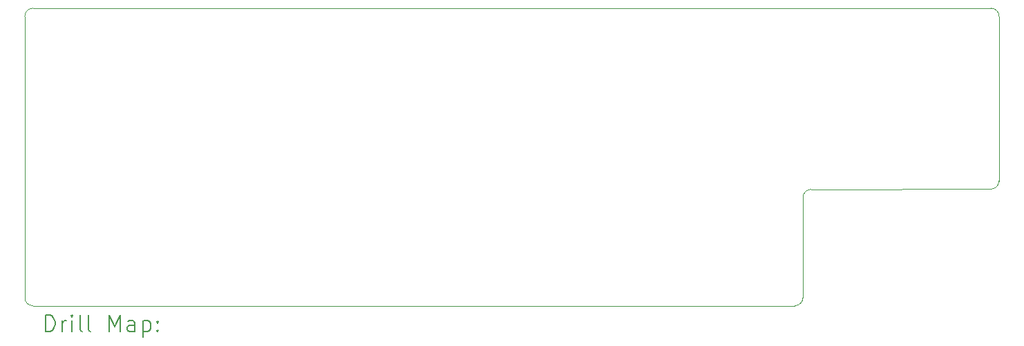
<source format=gbr>
%TF.GenerationSoftware,KiCad,Pcbnew,7.0.6*%
%TF.CreationDate,2024-03-25T03:04:47-04:00*%
%TF.ProjectId,peripheral_io_main,70657269-7068-4657-9261-6c5f696f5f6d,rev?*%
%TF.SameCoordinates,Original*%
%TF.FileFunction,Drillmap*%
%TF.FilePolarity,Positive*%
%FSLAX45Y45*%
G04 Gerber Fmt 4.5, Leading zero omitted, Abs format (unit mm)*
G04 Created by KiCad (PCBNEW 7.0.6) date 2024-03-25 03:04:47*
%MOMM*%
%LPD*%
G01*
G04 APERTURE LIST*
%ADD10C,0.100000*%
%ADD11C,0.200000*%
G04 APERTURE END LIST*
D10*
X11557000Y-11520500D02*
G75*
G03*
X11657000Y-11620500I100000J0D01*
G01*
X21092160Y-11520500D02*
X21092160Y-10290357D01*
X11557000Y-11520500D02*
X11557000Y-8065440D01*
X20992160Y-11620500D02*
G75*
G03*
X21092160Y-11520500I0J100000D01*
G01*
X23395625Y-7965440D02*
X11657000Y-7965440D01*
X21192037Y-10190350D02*
G75*
G03*
X21092160Y-10290357I133J-100010D01*
G01*
X23394498Y-10187645D02*
G75*
G03*
X23494375Y-10087707I-128J100005D01*
G01*
X23494375Y-10087707D02*
X23495625Y-8065502D01*
X11657000Y-11620500D02*
X20992160Y-11620500D01*
X23495620Y-8065502D02*
G75*
G03*
X23395625Y-7965440I-100000J62D01*
G01*
X11657000Y-7965440D02*
G75*
G03*
X11557000Y-8065440I0J-100000D01*
G01*
X21192037Y-10190357D02*
X23394498Y-10187645D01*
D11*
X11812777Y-11936984D02*
X11812777Y-11736984D01*
X11812777Y-11736984D02*
X11860396Y-11736984D01*
X11860396Y-11736984D02*
X11888967Y-11746508D01*
X11888967Y-11746508D02*
X11908015Y-11765555D01*
X11908015Y-11765555D02*
X11917539Y-11784603D01*
X11917539Y-11784603D02*
X11927062Y-11822698D01*
X11927062Y-11822698D02*
X11927062Y-11851269D01*
X11927062Y-11851269D02*
X11917539Y-11889365D01*
X11917539Y-11889365D02*
X11908015Y-11908412D01*
X11908015Y-11908412D02*
X11888967Y-11927460D01*
X11888967Y-11927460D02*
X11860396Y-11936984D01*
X11860396Y-11936984D02*
X11812777Y-11936984D01*
X12012777Y-11936984D02*
X12012777Y-11803650D01*
X12012777Y-11841746D02*
X12022301Y-11822698D01*
X12022301Y-11822698D02*
X12031824Y-11813174D01*
X12031824Y-11813174D02*
X12050872Y-11803650D01*
X12050872Y-11803650D02*
X12069920Y-11803650D01*
X12136586Y-11936984D02*
X12136586Y-11803650D01*
X12136586Y-11736984D02*
X12127062Y-11746508D01*
X12127062Y-11746508D02*
X12136586Y-11756031D01*
X12136586Y-11756031D02*
X12146110Y-11746508D01*
X12146110Y-11746508D02*
X12136586Y-11736984D01*
X12136586Y-11736984D02*
X12136586Y-11756031D01*
X12260396Y-11936984D02*
X12241348Y-11927460D01*
X12241348Y-11927460D02*
X12231824Y-11908412D01*
X12231824Y-11908412D02*
X12231824Y-11736984D01*
X12365158Y-11936984D02*
X12346110Y-11927460D01*
X12346110Y-11927460D02*
X12336586Y-11908412D01*
X12336586Y-11908412D02*
X12336586Y-11736984D01*
X12593729Y-11936984D02*
X12593729Y-11736984D01*
X12593729Y-11736984D02*
X12660396Y-11879841D01*
X12660396Y-11879841D02*
X12727062Y-11736984D01*
X12727062Y-11736984D02*
X12727062Y-11936984D01*
X12908015Y-11936984D02*
X12908015Y-11832222D01*
X12908015Y-11832222D02*
X12898491Y-11813174D01*
X12898491Y-11813174D02*
X12879443Y-11803650D01*
X12879443Y-11803650D02*
X12841348Y-11803650D01*
X12841348Y-11803650D02*
X12822301Y-11813174D01*
X12908015Y-11927460D02*
X12888967Y-11936984D01*
X12888967Y-11936984D02*
X12841348Y-11936984D01*
X12841348Y-11936984D02*
X12822301Y-11927460D01*
X12822301Y-11927460D02*
X12812777Y-11908412D01*
X12812777Y-11908412D02*
X12812777Y-11889365D01*
X12812777Y-11889365D02*
X12822301Y-11870317D01*
X12822301Y-11870317D02*
X12841348Y-11860793D01*
X12841348Y-11860793D02*
X12888967Y-11860793D01*
X12888967Y-11860793D02*
X12908015Y-11851269D01*
X13003253Y-11803650D02*
X13003253Y-12003650D01*
X13003253Y-11813174D02*
X13022301Y-11803650D01*
X13022301Y-11803650D02*
X13060396Y-11803650D01*
X13060396Y-11803650D02*
X13079443Y-11813174D01*
X13079443Y-11813174D02*
X13088967Y-11822698D01*
X13088967Y-11822698D02*
X13098491Y-11841746D01*
X13098491Y-11841746D02*
X13098491Y-11898888D01*
X13098491Y-11898888D02*
X13088967Y-11917936D01*
X13088967Y-11917936D02*
X13079443Y-11927460D01*
X13079443Y-11927460D02*
X13060396Y-11936984D01*
X13060396Y-11936984D02*
X13022301Y-11936984D01*
X13022301Y-11936984D02*
X13003253Y-11927460D01*
X13184205Y-11917936D02*
X13193729Y-11927460D01*
X13193729Y-11927460D02*
X13184205Y-11936984D01*
X13184205Y-11936984D02*
X13174682Y-11927460D01*
X13174682Y-11927460D02*
X13184205Y-11917936D01*
X13184205Y-11917936D02*
X13184205Y-11936984D01*
X13184205Y-11813174D02*
X13193729Y-11822698D01*
X13193729Y-11822698D02*
X13184205Y-11832222D01*
X13184205Y-11832222D02*
X13174682Y-11822698D01*
X13174682Y-11822698D02*
X13184205Y-11813174D01*
X13184205Y-11813174D02*
X13184205Y-11832222D01*
M02*

</source>
